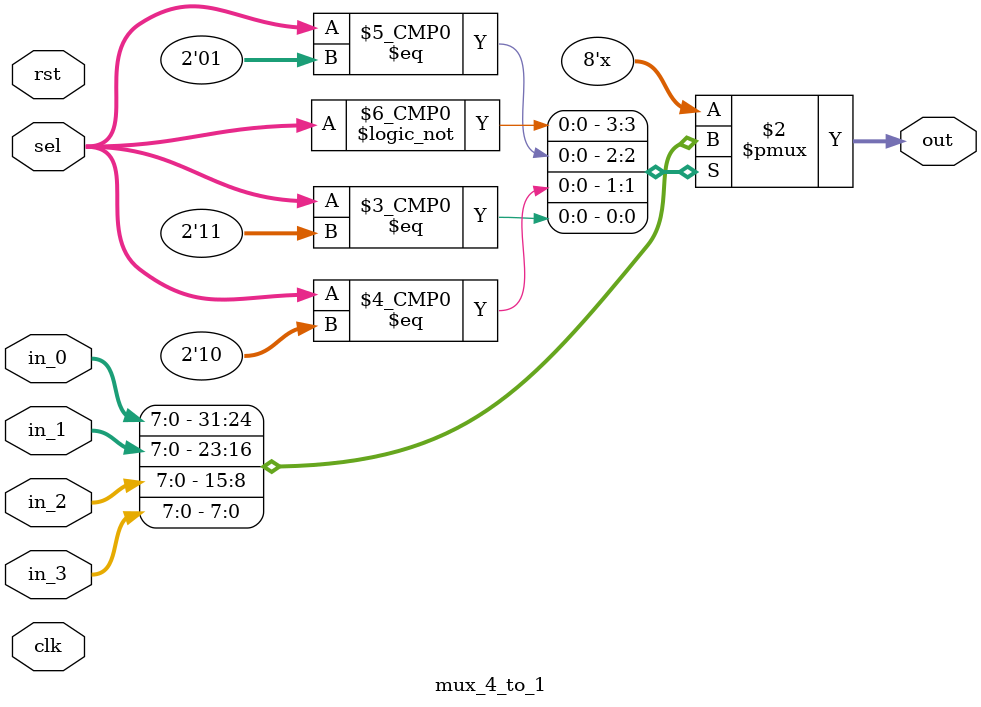
<source format=sv>
module mux_4_to_1
(
    input logic clk,
    input logic rst,
    input logic [1:0] sel,
    input logic [7:0] in_0,
    input logic [7:0] in_1,
    input logic [7:0] in_2,
    input logic [7:0] in_3,
    output logic [7:0] out
);
    
    //==============================
    // always_comb
    //==============================
    always_comb begin
        case (sel)
            2'h0: out = in_0;
            2'h1: out = in_1;
            2'h2: out = in_2;
            2'h3: out = in_3;
        endcase
    end
    
endmodule

</source>
